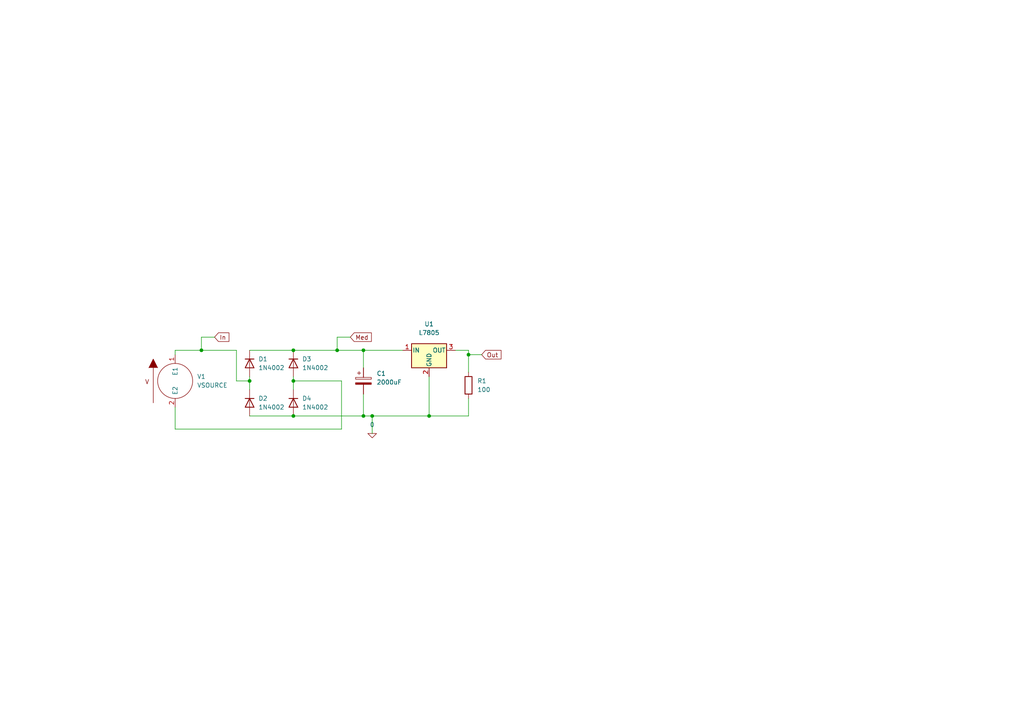
<source format=kicad_sch>
(kicad_sch (version 20211123) (generator eeschema)
  (paper "A4")
  (lib_symbols
    (symbol "Device:C_Polarized" (pin_numbers hide) (pin_names (offset 0.254))
      (property "Reference" "C" (at 0.635 2.54 0))
      (property "Value" "C_Polarized" (at 0.635 -2.54 0))
      (symbol "C_Polarized_0_1"
        (rectangle (start -2.286 0.508) (end 2.286 1.016))
        (polyline (pts (xy -1.778 2.286) (xy -0.762 2.286)))
        (polyline (pts (xy -1.27 2.794) (xy -1.27 1.778)))
        (rectangle (start 2.286 -0.508) (end -2.286 -1.016) (fill (type outline)))
      )
      (symbol "C_Polarized_1_1"
        (pin passive line (at 0 3.81 270) (length 2.794) (name "~") (number "1"))
        (pin passive line (at 0 -3.81 90) (length 2.794) (name "~") (number "2"))
      )
    )
    (symbol "Device:R" (pin_numbers hide) (pin_names (offset 0))
      (property "Reference" "R" (at 2.032 0 90))
      (property "Value" "R" (at 0 0 90))
      (symbol "R_0_1"
        (rectangle (start -1.016 -2.54) (end 1.016 2.54) (stroke (width 0.254)))
      )
      (symbol "R_1_1"
        (pin passive line (at 0 3.81 270) (length 1.27) (name "~") (number "1"))
        (pin passive line (at 0 -3.81 90) (length 1.27) (name "~") (number "2"))
      )
    )
    (symbol "Diode:1N4002" (pin_numbers hide) (pin_names (offset 1.016) hide)
      (property "Reference" "D" (at 0 2.54 0))
      (property "Value" "1N4002" (at 0 -2.54 0))
      (symbol "1N4002_0_1"
        (polyline (pts (xy -1.27 1.27) (xy -1.27 -1.27)) (stroke (width 0.254)))
        (polyline (pts (xy 1.27 0) (xy -1.27 0)))
        (polyline (pts (xy 1.27 1.27) (xy 1.27 -1.27) (xy -1.27 0) (xy 1.27 1.27)) (stroke (width 0.254)))
      )
      (symbol "1N4002_1_1"
        (pin passive line (at -3.81 0 0) (length 2.54) (name "K") (number "1"))
        (pin passive line (at 3.81 0 180) (length 2.54) (name "A") (number "2"))
      )
    )
    (symbol "Regulator_Linear:L7805" (pin_names (offset 0.254))
      (property "Reference" "U" (at -3.81 3.175 0))
      (property "Value" "L7805" (at 0 3.175 0))
      (symbol "L7805_0_1"
        (rectangle (start -5.08 1.905) (end 5.08 -5.08) (stroke (width 0.254)) (fill (type background)))
      )
      (symbol "L7805_1_1"
        (pin power_in line (at -7.62 0 0) (length 2.54) (name "IN") (number "1"))
        (pin power_in line (at 0 -7.62 90) (length 2.54) (name "GND") (number "2"))
        (pin power_out line (at 7.62 0 180) (length 2.54) (name "OUT") (number "3"))
      )
    )
    (symbol "pspice:0" (power) (pin_names (offset 0))
      (property "Value" "0" (at 0 -1.778 0))
      (symbol "0_0_1"
        (polyline (pts (xy -1.27 0) (xy 0 -1.27) (xy 1.27 0) (xy -1.27 0)))
      )
      (symbol "0_1_1"
        (pin power_in line (at 0 0 0) (length 0) hide (name "0") (number "1"))
      )
    )
    (symbol "pspice:VSOURCE" (pin_names (offset 1.016))
      (property "Reference" "V" (at -6.35 7.62 0))
      (property "Value" "VSOURCE" (at 0 0 0))
      (symbol "VSOURCE_0_1"
        (polyline (pts (xy -6.35 -6.35) (xy -6.35 3.81)) (fill (type outline)))
        (polyline (pts (xy -7.62 3.81) (xy -6.35 6.35) (xy -5.08 3.81)) (fill (type outline)))
        (circle (center 0 0) (radius 5.08))
        (text "V" (at -8.128 -0.254 0) (effects (font (size 1.27 1.27))))
      )
      (symbol "VSOURCE_1_1"
        (pin input line (at 0 7.62 270) (length 2.54) (name "E1") (number "1"))
        (pin input line (at 0 -7.62 90) (length 2.54) (name "E2") (number "2"))
      )
    )
  )
  (junction (at 135.89 102.87))
  (junction (at 105.41 101.6))
  (junction (at 85.09 120.65))
  (junction (at 105.41 120.65))
  (junction (at 124.46 120.65))
  (junction (at 85.09 101.6))
  (junction (at 58.42 101.6))
  (junction (at 97.79 101.6))
  (junction (at 72.39 110.49))
  (junction (at 85.09 110.49))
  (junction (at 107.95 120.65))
  (wire (pts (xy 72.39 101.6) (xy 85.09 101.6)))
  (wire (pts (xy 105.41 114.3) (xy 105.41 120.65)))
  (wire (pts (xy 107.95 120.65) (xy 107.95 125.73)))
  (wire (pts (xy 62.23 97.79) (xy 58.42 97.79)))
  (wire (pts (xy 107.95 120.65) (xy 124.46 120.65)))
  (wire (pts (xy 85.09 120.65) (xy 105.41 120.65)))
  (wire (pts (xy 58.42 97.79) (xy 58.42 101.6)))
  (wire (pts (xy 135.89 102.87) (xy 135.89 107.95)))
  (wire (pts (xy 97.79 101.6) (xy 105.41 101.6)))
  (wire (pts (xy 85.09 110.49) (xy 99.06 110.49)))
  (wire (pts (xy 105.41 101.6) (xy 116.84 101.6)))
  (wire (pts (xy 105.41 106.68) (xy 105.41 101.6)))
  (wire (pts (xy 99.06 110.49) (xy 99.06 124.46)))
  (wire (pts (xy 135.89 101.6) (xy 135.89 102.87)))
  (wire (pts (xy 135.89 102.87) (xy 139.7 102.87)))
  (wire (pts (xy 135.89 115.57) (xy 135.89 120.65)))
  (wire (pts (xy 101.6 97.79) (xy 97.79 97.79)))
  (wire (pts (xy 72.39 120.65) (xy 85.09 120.65)))
  (wire (pts (xy 72.39 110.49) (xy 72.39 113.03)))
  (wire (pts (xy 72.39 110.49) (xy 68.58 110.49)))
  (wire (pts (xy 68.58 101.6) (xy 58.42 101.6)))
  (wire (pts (xy 97.79 97.79) (xy 97.79 101.6)))
  (wire (pts (xy 50.8 124.46) (xy 99.06 124.46)))
  (wire (pts (xy 58.42 101.6) (xy 50.8 101.6)))
  (wire (pts (xy 124.46 120.65) (xy 135.89 120.65)))
  (wire (pts (xy 105.41 120.65) (xy 107.95 120.65)))
  (wire (pts (xy 85.09 110.49) (xy 85.09 113.03)))
  (wire (pts (xy 68.58 101.6) (xy 68.58 110.49)))
  (wire (pts (xy 132.08 101.6) (xy 135.89 101.6)))
  (wire (pts (xy 72.39 109.22) (xy 72.39 110.49)))
  (wire (pts (xy 50.8 124.46) (xy 50.8 118.11)))
  (wire (pts (xy 50.8 101.6) (xy 50.8 102.87)))
  (wire (pts (xy 85.09 109.22) (xy 85.09 110.49)))
  (wire (pts (xy 124.46 109.22) (xy 124.46 120.65)))
  (wire (pts (xy 85.09 101.6) (xy 97.79 101.6)))
  (global_label "In" (shape input) (at 62.23 97.79 0) (property "Intersheet References" "${INTERSHEET_REFS}" (effects hide)))
  (global_label "Med" (shape input) (at 101.6 97.79 0) (property "Intersheet References" "${INTERSHEET_REFS}" (effects hide)))
  (global_label "Out" (shape input) (at 139.7 102.87 0) (property "Intersheet References" "${INTERSHEET_REFS}" (effects hide)))
  (symbol (lib_id "Diode:1N4002") (at 85.09 116.84 270) (unit 1)
    (property "Reference" "D4" (at 87.63 115.5699 90) (effects (justify left)))
    (property "Value" "1N4002" (at 87.63 118.1099 90) (effects (justify left)))
    (property "Footprint" "Diode_THT:D_DO-41_SOD81_P10.16mm_Horizontal" (effects hide))
    (property "Datasheet" "http://www.vishay.com/docs/88503/1n4001.pdf" (effects hide))
    (property "Spice_Primitive" "D" (effects hide))
    (property "Spice_Model" "D1n4002rl" (effects hide))
    (property "Spice_Netlist_Enabled" "Y" (effects hide))
    (property "Spice_Lib_File" "1N4002RL.LIB" (effects hide))
    (property "Spice_Node_Sequence" "2 1" (effects hide))
  )
  (symbol (lib_id "Diode:1N4002") (at 72.39 105.41 270) (unit 1)
    (property "Reference" "D1" (at 74.93 104.1399 90) (effects (justify left)))
    (property "Value" "1N4002" (at 74.93 106.6799 90) (effects (justify left)))
    (property "Footprint" "Diode_THT:D_DO-41_SOD81_P10.16mm_Horizontal" (effects hide))
    (property "Datasheet" "http://www.vishay.com/docs/88503/1n4001.pdf" (effects hide))
    (property "Spice_Primitive" "D" (effects hide))
    (property "Spice_Model" "D1n4002rl" (effects hide))
    (property "Spice_Netlist_Enabled" "Y" (effects hide))
    (property "Spice_Lib_File" "1N4002RL.LIB" (effects hide))
    (property "Spice_Node_Sequence" "2 1" (effects hide))
  )
  (symbol (lib_id "Diode:1N4002") (at 85.09 105.41 270) (unit 1)
    (property "Reference" "D3" (at 87.63 104.1399 90) (effects (justify left)))
    (property "Value" "1N4002" (at 87.63 106.6799 90) (effects (justify left)))
    (property "Footprint" "Diode_THT:D_DO-41_SOD81_P10.16mm_Horizontal" (effects hide))
    (property "Datasheet" "http://www.vishay.com/docs/88503/1n4001.pdf" (effects hide))
    (property "Spice_Primitive" "D" (effects hide))
    (property "Spice_Model" "D1n4002rl" (effects hide))
    (property "Spice_Netlist_Enabled" "Y" (effects hide))
    (property "Spice_Lib_File" "1N4002RL.LIB" (effects hide))
    (property "Spice_Node_Sequence" "2 1" (effects hide))
  )
  (symbol (lib_id "Device:C_Polarized") (at 105.41 110.49 0) (unit 1)
    (property "Reference" "C1" (at 109.22 108.3309 0) (effects (justify left)))
    (property "Value" "2000uF" (at 109.22 110.8709 0) (effects (justify left)))
    (property "Footprint" "Capacitor_THT:CP_Axial_L10.0mm_D4.5mm_P15.00mm_Horizontal" (effects hide))
    (property "Spice_Primitive" "C" (effects hide))
    (property "Spice_Model" "1.18041m" (effects hide))
    (property "Spice_Netlist_Enabled" "Y" (effects hide))
  )
  (symbol (lib_id "Device:R") (at 135.89 111.76 0) (unit 1)
    (property "Reference" "R1" (at 138.43 110.4899 0) (effects (justify left)))
    (property "Value" "100" (at 138.43 113.0299 0) (effects (justify left)))
  )
  (symbol (lib_id "Regulator_Linear:L7805") (at 124.46 101.6 0) (unit 1)
    (property "Reference" "U1" (at 124.46 93.98 0))
    (property "Value" "L7805" (at 124.46 96.52 0))
    (property "Datasheet" "http://www.st.com/content/ccc/resource/technical/document/datasheet/41/4f/b3/b0/12/d4/47/88/CD00000444.pdf/files/CD00000444.pdf/jcr:content/translations/en.CD00000444.pdf" (effects hide))
    (property "Spice_Primitive" "X" (effects hide))
    (property "Spice_Model" "LM7805" (effects hide))
    (property "Spice_Netlist_Enabled" "Y" (effects hide))
    (property "Spice_Lib_File" "7805.lib" (effects hide))
  )
  (symbol (lib_id "pspice:0") (at 107.95 125.73 0) (unit 1)
    (property "Reference" "#GND01" (effects hide))
    (property "Value" "0" (at 107.95 123.19 0))
  )
  (symbol (lib_id "Diode:1N4002") (at 72.39 116.84 270) (unit 1)
    (property "Reference" "D2" (at 74.93 115.5699 90) (effects (justify left)))
    (property "Value" "1N4002" (at 74.93 118.1099 90) (effects (justify left)))
    (property "Footprint" "Diode_THT:D_DO-41_SOD81_P10.16mm_Horizontal" (effects hide))
    (property "Datasheet" "http://www.vishay.com/docs/88503/1n4001.pdf" (effects hide))
    (property "Spice_Primitive" "D" (effects hide))
    (property "Spice_Model" "D1n4002rl" (effects hide))
    (property "Spice_Netlist_Enabled" "Y" (effects hide))
    (property "Spice_Lib_File" "1N4002RL.LIB" (effects hide))
    (property "Spice_Node_Sequence" "2 1" (effects hide))
  )
  (symbol (lib_id "pspice:VSOURCE") (at 50.8 110.49 0) (unit 1)
    (property "Reference" "V1" (at 57.15 109.2199 0) (effects (justify left)))
    (property "Value" "VSOURCE" (at 57.15 111.7599 0) (effects (justify left)))
    (property "Spice_Primitive" "V" (effects hide))
    (property "Spice_Model" "dc 0 ac 40 sin(0 10 5)" (effects hide))
    (property "Spice_Netlist_Enabled" "Y" (effects hide))
  )
)
</source>
